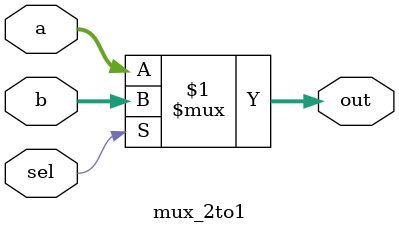
<source format=v>
`timescale 1ns / 1ps

module mux_2to1 (
    input [31:0] a,
    input [31:0] b,
    input sel,
    output [31:0] out
);
    
    assign out = sel ? b : a;
    
endmodule

</source>
